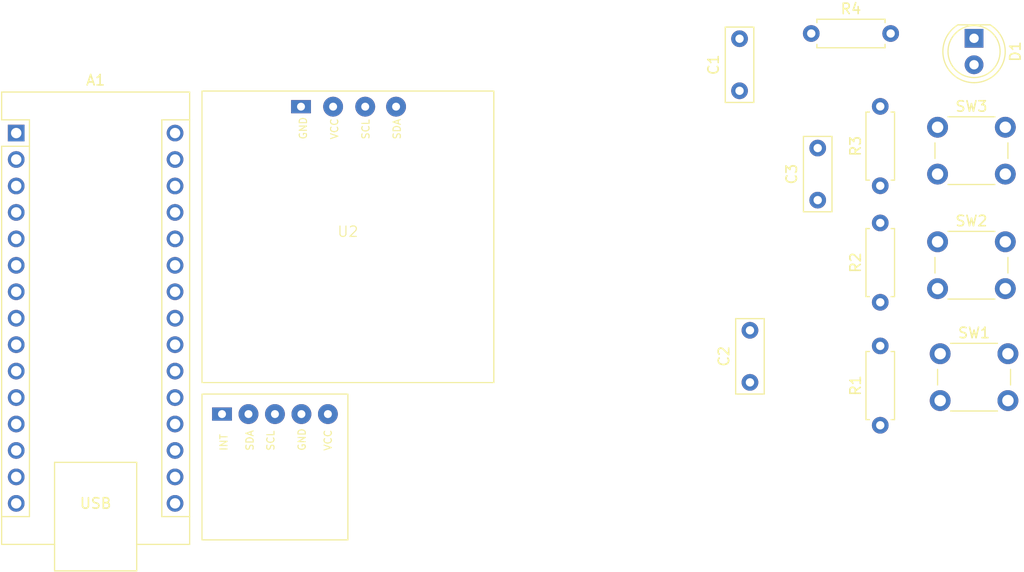
<source format=kicad_pcb>
(kicad_pcb (version 20241229) (generator "pcbnew") (generator_version "9.0")
  (layers (0 "F.Cu" signal "Front") (4 "In1.Cu" signal) (6 "In2.Cu" signal) (2 "B.Cu" signal "Back") (13 "F.Paste" user) (15 "B.Paste" user) (5 "F.SilkS" user) (7 "B.SilkS" user) (1 "F.Mask" user) (3 "B.Mask" user) (25 "Edge.Cuts" user))
  (net 0 "")
  (net 1 "GND")
  (net 7 "Net-(A1-D4)")
  (net 10 "Net-(A1-A6)")
  (net 13 "Net-(A1-D12)")
  (net 16 "Net-(A1-D3)")
  (net 20 "Net-(A1-A5)")
  (net 22 "+5V")
  (net 28 "Net-(A1-D2)")
  (net 30 "Net-(D1-A)")
  (footprint "spo2:SSD1306" (layer "F.Cu") (at 130.925 74.525)
    (property "Reference" "U2" (at 0 -0.5 0) (layer "F.SilkS") (effects (font (thickness 0.1))))
    (property "Value" "SSD1306")
    (fp_line (start -14 -14) (end 14 -14) (stroke (width 0.1)) (layer "F.SilkS"))
    (fp_line (start -14 14) (end -14 -14) (stroke (width 0.1)) (layer "F.SilkS"))
    (fp_line (start 14 -14) (end 14 14) (stroke (width 0.1)) (layer "F.SilkS"))
    (fp_line (start 14 14) (end -14 14) (stroke (width 0.1)) (layer "F.SilkS"))
    (fp_rect (start -14 -14) (end 14 14) (stroke (width 0.1)) (fill no) (layer "F.SilkS"))
    (fp_text user "VCC" (at -0.88 -9.3 90) (layer "F.SilkS") (effects (font (size 0.7 0.7) (thickness 0.1)) (justify left bottom)))
    (fp_text user "GND" (at -3.88 -9.3 90) (layer "F.SilkS") (effects (font (size 0.7 0.7) (thickness 0.1)) (justify left bottom)))
    (fp_text user "SDA" (at 5.12 -9.3 90) (layer "F.SilkS") (effects (font (size 0.7 0.7) (thickness 0.1)) (justify left bottom)))
    (fp_text user "SCL" (at 2.12 -9.3 90) (layer "F.SilkS") (effects (font (size 0.7 0.7) (thickness 0.1)) (justify left bottom)))
    (pad "1" thru_hole rect (at -4.5 -12.5) (size 1.905 1.27) (drill 0.762) (layers "*.Cu" "*.Mask") (net 1 "GND"))
    (pad "2" thru_hole circle (at -1.42 -12.5) (size 1.905 1.905) (drill 0.762) (layers "*.Cu" "*.Mask") (net 22 "+5V"))
    (pad "3" thru_hole circle (at 1.66 -12.5) (size 1.905 1.905) (drill 0.762) (layers "*.Cu" "*.Mask") (net 20 "Net-(A1-A5)"))
    (pad "4" thru_hole circle (at 4.62 -12.5) (size 1.905 1.905) (drill 0.762) (layers "*.Cu" "*.Mask") (net 10 "Net-(A1-A6)"))
  )
  (footprint "Capacitor_THT:C_Disc_D7.0mm_W2.5mm_P5.00mm" (layer "F.Cu") (at 176 71 90)
    (property "Reference" "C3" (at 2.5 -2.5 90) (layer "F.SilkS"))
    (property "Value" "100n")
    (fp_line (start 6.12 -1.37) (end 6.12 1.37) (stroke (width 0.12)) (layer "F.SilkS"))
    (fp_line (start -1.12 -1.37) (end 6.12 -1.37) (stroke (width 0.12)) (layer "F.SilkS"))
    (fp_line (start -1.12 -1.37) (end -1.12 1.37) (stroke (width 0.12)) (layer "F.SilkS"))
    (fp_line (start -1.12 1.37) (end 6.12 1.37) (stroke (width 0.12)) (layer "F.SilkS"))
    (pad "1" thru_hole circle (at 0 0 90) (size 1.6 1.6) (drill 0.8) (layers "*.Cu" "*.Mask") (net 7 "Net-(A1-D4)"))
    (pad "2" thru_hole circle (at 5 0 90) (size 1.6 1.6) (drill 0.8) (layers "*.Cu" "*.Mask") (net 1 "GND"))
  )
  (footprint "Capacitor_THT:C_Disc_D7.0mm_W2.5mm_P5.00mm" (layer "F.Cu") (at 169.5 88.5 90)
    (property "Reference" "C2" (at 2.5 -2.5 90) (layer "F.SilkS"))
    (property "Value" "100n")
    (fp_line (start 6.12 -1.37) (end 6.12 1.37) (stroke (width 0.12)) (layer "F.SilkS"))
    (fp_line (start -1.12 -1.37) (end 6.12 -1.37) (stroke (width 0.12)) (layer "F.SilkS"))
    (fp_line (start -1.12 -1.37) (end -1.12 1.37) (stroke (width 0.12)) (layer "F.SilkS"))
    (fp_line (start -1.12 1.37) (end 6.12 1.37) (stroke (width 0.12)) (layer "F.SilkS"))
    (pad "1" thru_hole circle (at 0 0 90) (size 1.6 1.6) (drill 0.8) (layers "*.Cu" "*.Mask") (net 16 "Net-(A1-D3)"))
    (pad "2" thru_hole circle (at 5 0 90) (size 1.6 1.6) (drill 0.8) (layers "*.Cu" "*.Mask") (net 1 "GND"))
  )
  (footprint "Resistor_THT:R_Axial_DIN0207_L6.3mm_D2.5mm_P7.62mm_Horizontal" (layer "F.Cu") (at 182 92.62 90)
    (property "Reference" "R1" (at 3.81 -2.37 90) (layer "F.SilkS"))
    (property "Value" "1k")
    (fp_line (start 7.08 -1.37) (end 7.08 -1.04) (stroke (width 0.12)) (layer "F.SilkS"))
    (fp_line (start 0.54 -1.37) (end 7.08 -1.37) (stroke (width 0.12)) (layer "F.SilkS"))
    (fp_line (start 0.54 -1.04) (end 0.54 -1.37) (stroke (width 0.12)) (layer "F.SilkS"))
    (fp_line (start 0.54 1.04) (end 0.54 1.37) (stroke (width 0.12)) (layer "F.SilkS"))
    (fp_line (start 7.08 1.37) (end 7.08 1.04) (stroke (width 0.12)) (layer "F.SilkS"))
    (fp_line (start 0.54 1.37) (end 7.08 1.37) (stroke (width 0.12)) (layer "F.SilkS"))
    (pad "1" thru_hole circle (at 0 0 90) (size 1.6 1.6) (drill 0.8) (layers "*.Cu" "*.Mask") (net 22 "+5V"))
    (pad "2" thru_hole circle (at 7.62 0 90) (size 1.6 1.6) (drill 0.8) (layers "*.Cu" "*.Mask") (net 28 "Net-(A1-D2)"))
  )
  (footprint "Resistor_THT:R_Axial_DIN0207_L6.3mm_D2.5mm_P7.62mm_Horizontal" (layer "F.Cu") (at 182 80.81 90)
    (property "Reference" "R2" (at 3.81 -2.37 90) (layer "F.SilkS"))
    (property "Value" "1k")
    (fp_line (start 7.08 -1.37) (end 7.08 -1.04) (stroke (width 0.12)) (layer "F.SilkS"))
    (fp_line (start 0.54 -1.37) (end 7.08 -1.37) (stroke (width 0.12)) (layer "F.SilkS"))
    (fp_line (start 0.54 -1.04) (end 0.54 -1.37) (stroke (width 0.12)) (layer "F.SilkS"))
    (fp_line (start 0.54 1.04) (end 0.54 1.37) (stroke (width 0.12)) (layer "F.SilkS"))
    (fp_line (start 7.08 1.37) (end 7.08 1.04) (stroke (width 0.12)) (layer "F.SilkS"))
    (fp_line (start 0.54 1.37) (end 7.08 1.37) (stroke (width 0.12)) (layer "F.SilkS"))
    (pad "1" thru_hole circle (at 0 0 90) (size 1.6 1.6) (drill 0.8) (layers "*.Cu" "*.Mask") (net 22 "+5V"))
    (pad "2" thru_hole circle (at 7.62 0 90) (size 1.6 1.6) (drill 0.8) (layers "*.Cu" "*.Mask") (net 16 "Net-(A1-D3)"))
  )
  (footprint "Button_Switch_THT:SW_PUSH_6mm" (layer "F.Cu") (at 187.75 85.75)
    (property "Reference" "SW1" (at 3.25 -2 0) (layer "F.SilkS"))
    (property "Value" "SW_Push")
    (fp_line (start -0.25 1.5) (end -0.25 3) (stroke (width 0.12)) (layer "F.SilkS"))
    (fp_line (start 1 5.5) (end 5.5 5.5) (stroke (width 0.12)) (layer "F.SilkS"))
    (fp_line (start 5.5 -1) (end 1 -1) (stroke (width 0.12)) (layer "F.SilkS"))
    (fp_line (start 6.75 3) (end 6.75 1.5) (stroke (width 0.12)) (layer "F.SilkS"))
    (pad "1" thru_hole circle (at 0 0 90) (size 2 2) (drill 1.1) (layers "*.Cu" "*.Mask") (net 1 "GND"))
    (pad "1" thru_hole circle (at 6.5 0 90) (size 2 2) (drill 1.1) (layers "*.Cu" "*.Mask") (net 1 "GND"))
    (pad "2" thru_hole circle (at 0 4.5 90) (size 2 2) (drill 1.1) (layers "*.Cu" "*.Mask") (net 28 "Net-(A1-D2)"))
    (pad "2" thru_hole circle (at 6.5 4.5 90) (size 2 2) (drill 1.1) (layers "*.Cu" "*.Mask") (net 28 "Net-(A1-D2)"))
  )
  (footprint "Module:Arduino_Nano" (layer "F.Cu") (at 99.1 64.56)
    (property "Reference" "A1" (at 7.62 -5.08 0) (layer "F.SilkS"))
    (property "Value" "Arduino_Nano_v3.x")
    (fp_line (start -1.4 -3.94) (end -1.4 -1.27) (stroke (width 0.12)) (layer "F.SilkS"))
    (fp_line (start -1.4 1.27) (end -1.4 39.5) (stroke (width 0.12)) (layer "F.SilkS"))
    (fp_line (start -1.4 39.5) (end 3.68 39.5) (stroke (width 0.12)) (layer "F.SilkS"))
    (fp_line (start 1.27 -1.27) (end -1.4 -1.27) (stroke (width 0.12)) (layer "F.SilkS"))
    (fp_line (start 1.27 1.27) (end -1.4 1.27) (stroke (width 0.12)) (layer "F.SilkS"))
    (fp_line (start 1.27 1.27) (end 1.27 -1.27) (stroke (width 0.12)) (layer "F.SilkS"))
    (fp_line (start 1.27 1.27) (end 1.27 36.83) (stroke (width 0.12)) (layer "F.SilkS"))
    (fp_line (start 1.27 36.83) (end -1.4 36.83) (stroke (width 0.12)) (layer "F.SilkS"))
    (fp_line (start 3.68 31.62) (end 11.56 31.62) (stroke (width 0.12)) (layer "F.SilkS"))
    (fp_line (start 3.68 42.04) (end 3.68 31.62) (stroke (width 0.12)) (layer "F.SilkS"))
    (fp_line (start 11.56 31.62) (end 11.56 42.04) (stroke (width 0.12)) (layer "F.SilkS"))
    (fp_line (start 11.56 42.04) (end 3.68 42.04) (stroke (width 0.12)) (layer "F.SilkS"))
    (fp_line (start 13.97 -1.27) (end 13.97 36.83) (stroke (width 0.12)) (layer "F.SilkS"))
    (fp_line (start 13.97 -1.27) (end 16.64 -1.27) (stroke (width 0.12)) (layer "F.SilkS"))
    (fp_line (start 13.97 36.83) (end 16.64 36.83) (stroke (width 0.12)) (layer "F.SilkS"))
    (fp_line (start 16.64 -3.94) (end -1.4 -3.94) (stroke (width 0.12)) (layer "F.SilkS"))
    (fp_line (start 16.64 39.5) (end 11.56 39.5) (stroke (width 0.12)) (layer "F.SilkS"))
    (fp_line (start 16.64 39.5) (end 16.64 -3.94) (stroke (width 0.12)) (layer "F.SilkS"))
    (fp_text user "USB" (at 7.62 35.56 0) (layer "F.SilkS"))
    (pad "1" thru_hole rect (at 0 0) (size 1.6 1.6) (drill 1) (layers "*.Cu" "*.Mask"))
    (pad "2" thru_hole oval (at 0 2.54) (size 1.6 1.6) (drill 1) (layers "*.Cu" "*.Mask"))
    (pad "3" thru_hole oval (at 0 5.08) (size 1.6 1.6) (drill 1) (layers "*.Cu" "*.Mask"))
    (pad "4" thru_hole oval (at 0 7.62) (size 1.6 1.6) (drill 1) (layers "*.Cu" "*.Mask") (net 1 "GND"))
    (pad "5" thru_hole oval (at 0 10.16) (size 1.6 1.6) (drill 1) (layers "*.Cu" "*.Mask") (net 28 "Net-(A1-D2)"))
    (pad "6" thru_hole oval (at 0 12.7) (size 1.6 1.6) (drill 1) (layers "*.Cu" "*.Mask") (net 16 "Net-(A1-D3)"))
    (pad "7" thru_hole oval (at 0 15.24) (size 1.6 1.6) (drill 1) (layers "*.Cu" "*.Mask") (net 7 "Net-(A1-D4)"))
    (pad "8" thru_hole oval (at 0 17.78) (size 1.6 1.6) (drill 1) (layers "*.Cu" "*.Mask"))
    (pad "9" thru_hole oval (at 0 20.32) (size 1.6 1.6) (drill 1) (layers "*.Cu" "*.Mask"))
    (pad "10" thru_hole oval (at 0 22.86) (size 1.6 1.6) (drill 1) (layers "*.Cu" "*.Mask"))
    (pad "11" thru_hole oval (at 0 25.4) (size 1.6 1.6) (drill 1) (layers "*.Cu" "*.Mask"))
    (pad "12" thru_hole oval (at 0 27.94) (size 1.6 1.6) (drill 1) (layers "*.Cu" "*.Mask"))
    (pad "13" thru_hole oval (at 0 30.48) (size 1.6 1.6) (drill 1) (layers "*.Cu" "*.Mask"))
    (pad "14" thru_hole oval (at 0 33.02) (size 1.6 1.6) (drill 1) (layers "*.Cu" "*.Mask"))
    (pad "15" thru_hole oval (at 0 35.56) (size 1.6 1.6) (drill 1) (layers "*.Cu" "*.Mask") (net 13 "Net-(A1-D12)"))
    (pad "16" thru_hole oval (at 15.24 35.56) (size 1.6 1.6) (drill 1) (layers "*.Cu" "*.Mask"))
    (pad "17" thru_hole oval (at 15.24 33.02) (size 1.6 1.6) (drill 1) (layers "*.Cu" "*.Mask"))
    (pad "18" thru_hole oval (at 15.24 30.48) (size 1.6 1.6) (drill 1) (layers "*.Cu" "*.Mask"))
    (pad "19" thru_hole oval (at 15.24 27.94) (size 1.6 1.6) (drill 1) (layers "*.Cu" "*.Mask"))
    (pad "20" thru_hole oval (at 15.24 25.4) (size 1.6 1.6) (drill 1) (layers "*.Cu" "*.Mask"))
    (pad "21" thru_hole oval (at 15.24 22.86) (size 1.6 1.6) (drill 1) (layers "*.Cu" "*.Mask"))
    (pad "22" thru_hole oval (at 15.24 20.32) (size 1.6 1.6) (drill 1) (layers "*.Cu" "*.Mask"))
    (pad "23" thru_hole oval (at 15.24 17.78) (size 1.6 1.6) (drill 1) (layers "*.Cu" "*.Mask"))
    (pad "24" thru_hole oval (at 15.24 15.24) (size 1.6 1.6) (drill 1) (layers "*.Cu" "*.Mask") (net 20 "Net-(A1-A5)"))
    (pad "25" thru_hole oval (at 15.24 12.7) (size 1.6 1.6) (drill 1) (layers "*.Cu" "*.Mask") (net 10 "Net-(A1-A6)"))
    (pad "26" thru_hole oval (at 15.24 10.16) (size 1.6 1.6) (drill 1) (layers "*.Cu" "*.Mask"))
    (pad "27" thru_hole oval (at 15.24 7.62) (size 1.6 1.6) (drill 1) (layers "*.Cu" "*.Mask") (net 22 "+5V"))
    (pad "28" thru_hole oval (at 15.24 5.08) (size 1.6 1.6) (drill 1) (layers "*.Cu" "*.Mask"))
    (pad "29" thru_hole oval (at 15.24 2.54) (size 1.6 1.6) (drill 1) (layers "*.Cu" "*.Mask") (net 1 "GND"))
    (pad "30" thru_hole oval (at 15.24 0) (size 1.6 1.6) (drill 1) (layers "*.Cu" "*.Mask"))
  )
  (footprint "Button_Switch_THT:SW_PUSH_6mm" (layer "F.Cu") (at 187.5 64)
    (property "Reference" "SW3" (at 3.25 -2 0) (layer "F.SilkS"))
    (property "Value" "SW_Push")
    (fp_line (start -0.25 1.5) (end -0.25 3) (stroke (width 0.12)) (layer "F.SilkS"))
    (fp_line (start 1 5.5) (end 5.5 5.5) (stroke (width 0.12)) (layer "F.SilkS"))
    (fp_line (start 5.5 -1) (end 1 -1) (stroke (width 0.12)) (layer "F.SilkS"))
    (fp_line (start 6.75 3) (end 6.75 1.5) (stroke (width 0.12)) (layer "F.SilkS"))
    (pad "1" thru_hole circle (at 0 0 90) (size 2 2) (drill 1.1) (layers "*.Cu" "*.Mask") (net 1 "GND"))
    (pad "1" thru_hole circle (at 6.5 0 90) (size 2 2) (drill 1.1) (layers "*.Cu" "*.Mask") (net 1 "GND"))
    (pad "2" thru_hole circle (at 0 4.5 90) (size 2 2) (drill 1.1) (layers "*.Cu" "*.Mask") (net 7 "Net-(A1-D4)"))
    (pad "2" thru_hole circle (at 6.5 4.5 90) (size 2 2) (drill 1.1) (layers "*.Cu" "*.Mask") (net 7 "Net-(A1-D4)"))
  )
  (footprint "Button_Switch_THT:SW_PUSH_6mm" (layer "F.Cu") (at 187.5 75)
    (property "Reference" "SW2" (at 3.25 -2 0) (layer "F.SilkS"))
    (property "Value" "SW_Push")
    (fp_line (start -0.25 1.5) (end -0.25 3) (stroke (width 0.12)) (layer "F.SilkS"))
    (fp_line (start 1 5.5) (end 5.5 5.5) (stroke (width 0.12)) (layer "F.SilkS"))
    (fp_line (start 5.5 -1) (end 1 -1) (stroke (width 0.12)) (layer "F.SilkS"))
    (fp_line (start 6.75 3) (end 6.75 1.5) (stroke (width 0.12)) (layer "F.SilkS"))
    (pad "1" thru_hole circle (at 0 0 90) (size 2 2) (drill 1.1) (layers "*.Cu" "*.Mask") (net 1 "GND"))
    (pad "1" thru_hole circle (at 6.5 0 90) (size 2 2) (drill 1.1) (layers "*.Cu" "*.Mask") (net 1 "GND"))
    (pad "2" thru_hole circle (at 0 4.5 90) (size 2 2) (drill 1.1) (layers "*.Cu" "*.Mask") (net 16 "Net-(A1-D3)"))
    (pad "2" thru_hole circle (at 6.5 4.5 90) (size 2 2) (drill 1.1) (layers "*.Cu" "*.Mask") (net 16 "Net-(A1-D3)"))
  )
  (footprint "LED_THT:LED_D5.0mm" (layer "F.Cu") (at 191 55.46 -90)
    (property "Reference" "D1" (at 1.27 -3.96 90) (layer "F.SilkS"))
    (property "Value" "LED")
    (fp_line (start -1.29 -1.545) (end -1.29 1.545) (stroke (width 0.12)) (layer "F.SilkS"))
    (fp_arc (start 4.26 0) (mid 2.071779 2.880495) (end -1.29 1.54483) (stroke (width 0.12)) (layer "F.SilkS"))
    (fp_arc (start -1.29 -1.54483) (mid 2.071779 -2.880495) (end 4.26 0) (stroke (width 0.12)) (layer "F.SilkS"))
    (fp_circle (center 1.27 0) (end 3.77 0) (stroke (width 0.12)) (fill no) (layer "F.SilkS"))
    (pad "1" thru_hole rect (at 0 0 270) (size 1.8 1.8) (drill 0.9) (layers "*.Cu" "*.Mask") (net 1 "GND"))
    (pad "2" thru_hole circle (at 2.54 0 270) (size 1.8 1.8) (drill 0.9) (layers "*.Cu" "*.Mask") (net 30 "Net-(D1-A)"))
  )
  (footprint "Resistor_THT:R_Axial_DIN0207_L6.3mm_D2.5mm_P7.62mm_Horizontal" (layer "F.Cu") (at 182 69.62 90)
    (property "Reference" "R3" (at 3.81 -2.37 90) (layer "F.SilkS"))
    (property "Value" "1k")
    (fp_line (start 7.08 -1.37) (end 7.08 -1.04) (stroke (width 0.12)) (layer "F.SilkS"))
    (fp_line (start 0.54 -1.37) (end 7.08 -1.37) (stroke (width 0.12)) (layer "F.SilkS"))
    (fp_line (start 0.54 -1.04) (end 0.54 -1.37) (stroke (width 0.12)) (layer "F.SilkS"))
    (fp_line (start 0.54 1.04) (end 0.54 1.37) (stroke (width 0.12)) (layer "F.SilkS"))
    (fp_line (start 7.08 1.37) (end 7.08 1.04) (stroke (width 0.12)) (layer "F.SilkS"))
    (fp_line (start 0.54 1.37) (end 7.08 1.37) (stroke (width 0.12)) (layer "F.SilkS"))
    (pad "1" thru_hole circle (at 0 0 90) (size 1.6 1.6) (drill 0.8) (layers "*.Cu" "*.Mask") (net 22 "+5V"))
    (pad "2" thru_hole circle (at 7.62 0 90) (size 1.6 1.6) (drill 0.8) (layers "*.Cu" "*.Mask") (net 7 "Net-(A1-D4)"))
  )
  (footprint "spo2:MAX30102_MODULE" (layer "F.Cu") (at 123.925 96.625)
    (property "Reference" "U1" (hide yes))
    (property "Value" "MAX30102")
    (fp_line (start -7 -7) (end 7 -7) (stroke (width 0.1)) (layer "F.SilkS"))
    (fp_line (start -7 7) (end -7 -7) (stroke (width 0.1)) (layer "F.SilkS"))
    (fp_line (start 7 -7) (end 7 7) (stroke (width 0.1)) (layer "F.SilkS"))
    (fp_line (start 7 7) (end -7 7) (stroke (width 0.1)) (layer "F.SilkS"))
    (fp_rect (start -7 -7) (end 7 7) (stroke (width 0.1)) (fill no) (layer "F.SilkS"))
    (fp_text user "GND" (at 3 -1.5 90) (layer "F.SilkS") (effects (font (size 0.7 0.7) (thickness 0.1)) (justify left bottom)))
    (fp_text user "SCL" (at 0 -1.5 90) (layer "F.SilkS") (effects (font (size 0.7 0.7) (thickness 0.1)) (justify left bottom)))
    (fp_text user "SDA" (at -2 -1.5 90) (layer "F.SilkS") (effects (font (size 0.7 0.7) (thickness 0.1)) (justify left bottom)))
    (fp_text user "INT" (at -4.5 -1.5 90) (layer "F.SilkS") (effects (font (size 0.7 0.7) (thickness 0.1)) (justify left bottom)))
    (fp_text user "VCC" (at 5.5 -1.5 90) (layer "F.SilkS") (effects (font (size 0.7 0.7) (thickness 0.1)) (justify left bottom)))
    (pad "1" thru_hole rect (at -5.08 -5.08) (size 1.905 1.27) (drill 0.762) (layers "*.Cu" "*.Mask"))
    (pad "2" thru_hole circle (at -2.54 -5.08) (size 1.905 1.905) (drill 0.762) (layers "*.Cu" "*.Mask") (net 10 "Net-(A1-A6)"))
    (pad "3" thru_hole circle (at 0 -5.08) (size 1.905 1.905) (drill 0.762) (layers "*.Cu" "*.Mask") (net 20 "Net-(A1-A5)"))
    (pad "4" thru_hole circle (at 2.54 -5.08) (size 1.905 1.905) (drill 0.762) (layers "*.Cu" "*.Mask") (net 1 "GND"))
    (pad "5" thru_hole circle (at 5.08 -5.08) (size 1.905 1.905) (drill 0.762) (layers "*.Cu" "*.Mask" "B.Paste") (net 22 "+5V"))
  )
  (footprint "Resistor_THT:R_Axial_DIN0207_L6.3mm_D2.5mm_P7.62mm_Horizontal" (layer "F.Cu") (at 175.38 55)
    (property "Reference" "R4" (at 3.81 -2.37 0) (layer "F.SilkS"))
    (property "Value" "1k")
    (fp_line (start 0.54 -1.37) (end 7.08 -1.37) (stroke (width 0.12)) (layer "F.SilkS"))
    (fp_line (start 0.54 -1.04) (end 0.54 -1.37) (stroke (width 0.12)) (layer "F.SilkS"))
    (fp_line (start 0.54 1.04) (end 0.54 1.37) (stroke (width 0.12)) (layer "F.SilkS"))
    (fp_line (start 0.54 1.37) (end 7.08 1.37) (stroke (width 0.12)) (layer "F.SilkS"))
    (fp_line (start 7.08 -1.37) (end 7.08 -1.04) (stroke (width 0.12)) (layer "F.SilkS"))
    (fp_line (start 7.08 1.37) (end 7.08 1.04) (stroke (width 0.12)) (layer "F.SilkS"))
    (pad "1" thru_hole circle (at 0 0) (size 1.6 1.6) (drill 0.8) (layers "*.Cu" "*.Mask") (net 13 "Net-(A1-D12)"))
    (pad "2" thru_hole circle (at 7.62 0) (size 1.6 1.6) (drill 0.8) (layers "*.Cu" "*.Mask") (net 30 "Net-(D1-A)"))
  )
  (footprint "Capacitor_THT:C_Disc_D7.0mm_W2.5mm_P5.00mm" (layer "F.Cu") (at 168.5 60.5 90)
    (property "Reference" "C1" (at 2.5 -2.5 90) (layer "F.SilkS"))
    (property "Value" "100n")
    (fp_line (start 6.12 -1.37) (end 6.12 1.37) (stroke (width 0.12)) (layer "F.SilkS"))
    (fp_line (start -1.12 -1.37) (end 6.12 -1.37) (stroke (width 0.12)) (layer "F.SilkS"))
    (fp_line (start -1.12 -1.37) (end -1.12 1.37) (stroke (width 0.12)) (layer "F.SilkS"))
    (fp_line (start -1.12 1.37) (end 6.12 1.37) (stroke (width 0.12)) (layer "F.SilkS"))
    (pad "1" thru_hole circle (at 0 0 90) (size 1.6 1.6) (drill 0.8) (layers "*.Cu" "*.Mask") (net 28 "Net-(A1-D2)"))
    (pad "2" thru_hole circle (at 5 0 90) (size 1.6 1.6) (drill 0.8) (layers "*.Cu" "*.Mask") (net 1 "GND"))
  )
)
</source>
